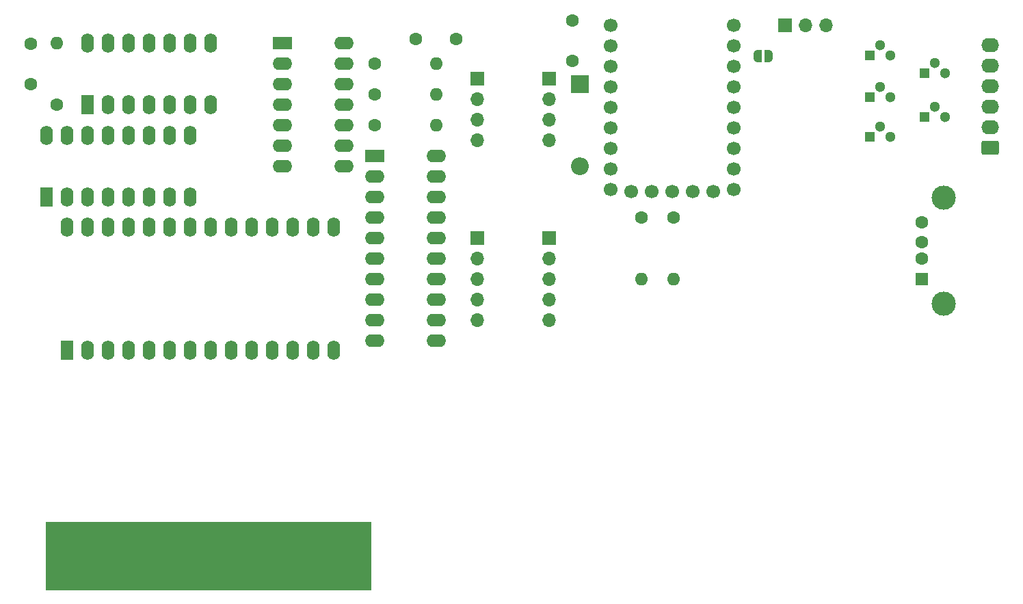
<source format=gbr>
%TF.GenerationSoftware,KiCad,Pcbnew,8.0.4+1*%
%TF.CreationDate,2024-08-13T20:11:20+02:00*%
%TF.ProjectId,QL_mIce_Starmouse,514c5f6d-4963-4655-9f53-7461726d6f75,0*%
%TF.SameCoordinates,Original*%
%TF.FileFunction,Soldermask,Top*%
%TF.FilePolarity,Negative*%
%FSLAX46Y46*%
G04 Gerber Fmt 4.6, Leading zero omitted, Abs format (unit mm)*
G04 Created by KiCad (PCBNEW 8.0.4+1) date 2024-08-13 20:11:20*
%MOMM*%
%LPD*%
G01*
G04 APERTURE LIST*
G04 Aperture macros list*
%AMRoundRect*
0 Rectangle with rounded corners*
0 $1 Rounding radius*
0 $2 $3 $4 $5 $6 $7 $8 $9 X,Y pos of 4 corners*
0 Add a 4 corners polygon primitive as box body*
4,1,4,$2,$3,$4,$5,$6,$7,$8,$9,$2,$3,0*
0 Add four circle primitives for the rounded corners*
1,1,$1+$1,$2,$3*
1,1,$1+$1,$4,$5*
1,1,$1+$1,$6,$7*
1,1,$1+$1,$8,$9*
0 Add four rect primitives between the rounded corners*
20,1,$1+$1,$2,$3,$4,$5,0*
20,1,$1+$1,$4,$5,$6,$7,0*
20,1,$1+$1,$6,$7,$8,$9,0*
20,1,$1+$1,$8,$9,$2,$3,0*%
%AMFreePoly0*
4,1,19,0.500000,-0.750000,0.000000,-0.750000,0.000000,-0.744911,-0.071157,-0.744911,-0.207708,-0.704816,-0.327430,-0.627875,-0.420627,-0.520320,-0.479746,-0.390866,-0.500000,-0.250000,-0.500000,0.250000,-0.479746,0.390866,-0.420627,0.520320,-0.327430,0.627875,-0.207708,0.704816,-0.071157,0.744911,0.000000,0.744911,0.000000,0.750000,0.500000,0.750000,0.500000,-0.750000,0.500000,-0.750000,
$1*%
%AMFreePoly1*
4,1,19,0.000000,0.744911,0.071157,0.744911,0.207708,0.704816,0.327430,0.627875,0.420627,0.520320,0.479746,0.390866,0.500000,0.250000,0.500000,-0.250000,0.479746,-0.390866,0.420627,-0.520320,0.327430,-0.627875,0.207708,-0.704816,0.071157,-0.744911,0.000000,-0.744911,0.000000,-0.750000,-0.500000,-0.750000,-0.500000,0.750000,0.000000,0.750000,0.000000,0.744911,0.000000,0.744911,
$1*%
G04 Aperture macros list end*
%ADD10C,0.070000*%
%ADD11C,0.150000*%
%ADD12C,1.700000*%
%ADD13R,1.600000X2.400000*%
%ADD14O,1.600000X2.400000*%
%ADD15C,1.600000*%
%ADD16O,1.600000X1.600000*%
%ADD17R,1.500000X1.600000*%
%ADD18C,3.000000*%
%ADD19RoundRect,0.250000X0.845000X-0.620000X0.845000X0.620000X-0.845000X0.620000X-0.845000X-0.620000X0*%
%ADD20O,2.190000X1.740000*%
%ADD21R,1.300000X1.300000*%
%ADD22C,1.300000*%
%ADD23R,2.400000X1.600000*%
%ADD24O,2.400000X1.600000*%
%ADD25R,1.700000X1.700000*%
%ADD26O,1.700000X1.700000*%
%ADD27FreePoly0,180.000000*%
%ADD28FreePoly1,180.000000*%
%ADD29R,2.200000X2.200000*%
%ADD30O,2.200000X2.200000*%
G04 APERTURE END LIST*
D10*
X111734600Y-125349000D02*
X151942800Y-125349000D01*
X151942800Y-133680200D01*
X111734600Y-133680200D01*
X111734600Y-125349000D01*
G36*
X111734600Y-125349000D02*
G01*
X151942800Y-125349000D01*
X151942800Y-133680200D01*
X111734600Y-133680200D01*
X111734600Y-125349000D01*
G37*
D11*
%TO.C,J2*%
X151638000Y-133517000D02*
X112522000Y-133517000D01*
X112522000Y-125389000D01*
X151638000Y-125389000D01*
X151638000Y-133517000D01*
G36*
X151638000Y-133517000D02*
G01*
X112522000Y-133517000D01*
X112522000Y-125389000D01*
X151638000Y-125389000D01*
X151638000Y-133517000D01*
G37*
%TD*%
D12*
%TO.C,RZ1*%
X196850000Y-63900000D03*
X196850000Y-66440000D03*
X196850000Y-68980000D03*
X196850000Y-71520000D03*
X196850000Y-74060000D03*
X196850000Y-76600000D03*
X196850000Y-79140000D03*
X196850000Y-81680000D03*
X196850000Y-84220000D03*
X194310000Y-84430000D03*
X191770000Y-84430000D03*
X189230000Y-84430000D03*
X186690000Y-84430000D03*
X184150000Y-84430000D03*
X181610000Y-84220000D03*
X181610000Y-81680000D03*
X181610000Y-79140000D03*
X181610000Y-76600000D03*
X181610000Y-74060000D03*
X181610000Y-71520000D03*
X181610000Y-68980000D03*
X181610000Y-63900000D03*
X181610000Y-66440000D03*
%TD*%
D13*
%TO.C,U2*%
X116840000Y-73660000D03*
D14*
X119380000Y-73660000D03*
X121920000Y-73660000D03*
X124460000Y-73660000D03*
X127000000Y-73660000D03*
X129540000Y-73660000D03*
X132080000Y-73660000D03*
X132080000Y-66040000D03*
X129540000Y-66040000D03*
X127000000Y-66040000D03*
X124460000Y-66040000D03*
X121920000Y-66040000D03*
X119380000Y-66040000D03*
X116840000Y-66040000D03*
%TD*%
D15*
%TO.C,R1*%
X113030000Y-73660000D03*
D16*
X113030000Y-66040000D03*
%TD*%
D15*
%TO.C,C3*%
X176911000Y-63286000D03*
X176911000Y-68286000D03*
%TD*%
%TO.C,C1*%
X109855000Y-71120000D03*
X109855000Y-66120000D03*
%TD*%
D17*
%TO.C,J1*%
X220175000Y-95250000D03*
D15*
X220175000Y-92750000D03*
X220175000Y-90750000D03*
X220175000Y-88250000D03*
D18*
X222885000Y-98320000D03*
X222885000Y-85180000D03*
%TD*%
D19*
%TO.C,J7*%
X228600000Y-78994000D03*
D20*
X228600000Y-76454000D03*
X228600000Y-73914000D03*
X228600000Y-71374000D03*
X228600000Y-68834000D03*
X228600000Y-66294000D03*
%TD*%
D21*
%TO.C,Q2*%
X220472000Y-75184000D03*
D22*
X221742000Y-73914000D03*
X223012000Y-75184000D03*
%TD*%
D23*
%TO.C,U5*%
X152400000Y-80010000D03*
D24*
X152400000Y-82550000D03*
X152400000Y-85090000D03*
X152400000Y-87630000D03*
X152400000Y-90170000D03*
X152400000Y-92710000D03*
X152400000Y-95250000D03*
X152400000Y-97790000D03*
X152400000Y-100330000D03*
X152400000Y-102870000D03*
X160020000Y-102870000D03*
X160020000Y-100330000D03*
X160020000Y-97790000D03*
X160020000Y-95250000D03*
X160020000Y-92710000D03*
X160020000Y-90170000D03*
X160020000Y-87630000D03*
X160020000Y-85090000D03*
X160020000Y-82550000D03*
X160020000Y-80010000D03*
%TD*%
D21*
%TO.C,Q4*%
X220472000Y-69829000D03*
D22*
X221742000Y-68559000D03*
X223012000Y-69829000D03*
%TD*%
D21*
%TO.C,Q5*%
X213741000Y-67564000D03*
D22*
X215011000Y-66294000D03*
X216281000Y-67564000D03*
%TD*%
D25*
%TO.C,SW1*%
X203200000Y-63881000D03*
D26*
X205740000Y-63881000D03*
X208280000Y-63881000D03*
%TD*%
D15*
%TO.C,R5*%
X189470000Y-87630000D03*
D16*
X189470000Y-95250000D03*
%TD*%
D27*
%TO.C,JP1*%
X201168000Y-67691000D03*
D28*
X199868000Y-67691000D03*
%TD*%
D21*
%TO.C,Q1*%
X213741000Y-77703000D03*
D22*
X215011000Y-76433000D03*
X216281000Y-77703000D03*
%TD*%
D13*
%TO.C,U1*%
X111760000Y-85090000D03*
D14*
X114300000Y-85090000D03*
X116840000Y-85090000D03*
X119380000Y-85090000D03*
X121920000Y-85090000D03*
X124460000Y-85090000D03*
X127000000Y-85090000D03*
X129540000Y-85090000D03*
X129540000Y-77470000D03*
X127000000Y-77470000D03*
X124460000Y-77470000D03*
X121920000Y-77470000D03*
X119380000Y-77470000D03*
X116840000Y-77470000D03*
X114300000Y-77470000D03*
X111760000Y-77470000D03*
%TD*%
D23*
%TO.C,U3*%
X140970000Y-66040000D03*
D24*
X140970000Y-68580000D03*
X140970000Y-71120000D03*
X140970000Y-73660000D03*
X140970000Y-76200000D03*
X140970000Y-78740000D03*
X140970000Y-81280000D03*
X148590000Y-81280000D03*
X148590000Y-78740000D03*
X148590000Y-76200000D03*
X148590000Y-73660000D03*
X148590000Y-71120000D03*
X148590000Y-68580000D03*
X148590000Y-66040000D03*
%TD*%
D15*
%TO.C,R4*%
X152400000Y-76200000D03*
D16*
X160020000Y-76200000D03*
%TD*%
D15*
%TO.C,R6*%
X185420000Y-87630000D03*
D16*
X185420000Y-95250000D03*
%TD*%
D13*
%TO.C,IC1*%
X114300000Y-104120000D03*
D14*
X116840000Y-104120000D03*
X119380000Y-104120000D03*
X121920000Y-104120000D03*
X124460000Y-104120000D03*
X127000000Y-104120000D03*
X129540000Y-104120000D03*
X132080000Y-104120000D03*
X134620000Y-104120000D03*
X137160000Y-104120000D03*
X139700000Y-104120000D03*
X142240000Y-104120000D03*
X144780000Y-104120000D03*
X147320000Y-104120000D03*
X147320000Y-88880000D03*
X144780000Y-88880000D03*
X142240000Y-88880000D03*
X139700000Y-88880000D03*
X137160000Y-88880000D03*
X134620000Y-88880000D03*
X132080000Y-88880000D03*
X129540000Y-88880000D03*
X127000000Y-88880000D03*
X124460000Y-88880000D03*
X121920000Y-88880000D03*
X119380000Y-88880000D03*
X116840000Y-88880000D03*
X114300000Y-88880000D03*
%TD*%
D21*
%TO.C,Q3*%
X213741000Y-72729000D03*
D22*
X215011000Y-71459000D03*
X216281000Y-72729000D03*
%TD*%
D15*
%TO.C,R2*%
X152400000Y-68580000D03*
D16*
X160020000Y-68580000D03*
%TD*%
D15*
%TO.C,C2*%
X157480000Y-65532000D03*
X162480000Y-65532000D03*
%TD*%
D29*
%TO.C,D1*%
X177800000Y-71120000D03*
D30*
X177800000Y-81280000D03*
%TD*%
D15*
%TO.C,R3*%
X152400000Y-72390000D03*
D16*
X160020000Y-72390000D03*
%TD*%
D25*
%TO.C,J6*%
X165100000Y-90170000D03*
D26*
X165100000Y-92710000D03*
X165100000Y-95250000D03*
X165100000Y-97790000D03*
X165100000Y-100330000D03*
%TD*%
D25*
%TO.C,J3*%
X173990000Y-70485000D03*
D26*
X173990000Y-73025000D03*
X173990000Y-75565000D03*
X173990000Y-78105000D03*
%TD*%
D25*
%TO.C,J4*%
X173990000Y-90170000D03*
D26*
X173990000Y-92710000D03*
X173990000Y-95250000D03*
X173990000Y-97790000D03*
X173990000Y-100330000D03*
%TD*%
D25*
%TO.C,J5*%
X165100000Y-70485000D03*
D26*
X165100000Y-73025000D03*
X165100000Y-75565000D03*
X165100000Y-78105000D03*
%TD*%
M02*

</source>
